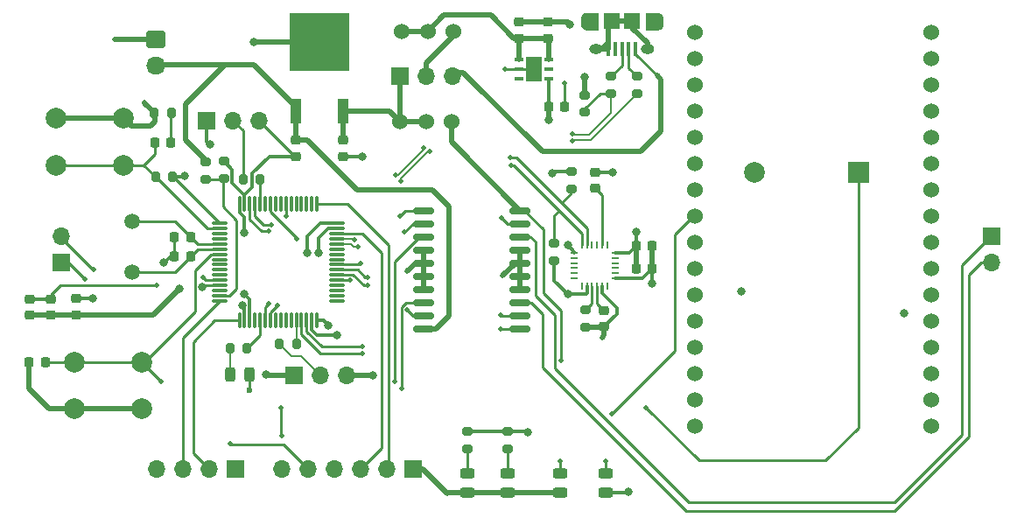
<source format=gtl>
%TF.GenerationSoftware,KiCad,Pcbnew,8.0.5*%
%TF.CreationDate,2024-12-24T01:11:55+09:00*%
%TF.ProjectId,Balancing_robot,42616c61-6e63-4696-9e67-5f726f626f74,rev?*%
%TF.SameCoordinates,Original*%
%TF.FileFunction,Copper,L1,Top*%
%TF.FilePolarity,Positive*%
%FSLAX46Y46*%
G04 Gerber Fmt 4.6, Leading zero omitted, Abs format (unit mm)*
G04 Created by KiCad (PCBNEW 8.0.5) date 2024-12-24 01:11:55*
%MOMM*%
%LPD*%
G01*
G04 APERTURE LIST*
G04 Aperture macros list*
%AMRoundRect*
0 Rectangle with rounded corners*
0 $1 Rounding radius*
0 $2 $3 $4 $5 $6 $7 $8 $9 X,Y pos of 4 corners*
0 Add a 4 corners polygon primitive as box body*
4,1,4,$2,$3,$4,$5,$6,$7,$8,$9,$2,$3,0*
0 Add four circle primitives for the rounded corners*
1,1,$1+$1,$2,$3*
1,1,$1+$1,$4,$5*
1,1,$1+$1,$6,$7*
1,1,$1+$1,$8,$9*
0 Add four rect primitives between the rounded corners*
20,1,$1+$1,$2,$3,$4,$5,0*
20,1,$1+$1,$4,$5,$6,$7,0*
20,1,$1+$1,$6,$7,$8,$9,0*
20,1,$1+$1,$8,$9,$2,$3,0*%
G04 Aperture macros list end*
%TA.AperFunction,EtchedComponent*%
%ADD10C,0.010000*%
%TD*%
%TA.AperFunction,SMDPad,CuDef*%
%ADD11RoundRect,0.225000X0.250000X-0.225000X0.250000X0.225000X-0.250000X0.225000X-0.250000X-0.225000X0*%
%TD*%
%TA.AperFunction,ComponentPad*%
%ADD12C,1.524000*%
%TD*%
%TA.AperFunction,SMDPad,CuDef*%
%ADD13RoundRect,0.225000X-0.225000X-0.250000X0.225000X-0.250000X0.225000X0.250000X-0.225000X0.250000X0*%
%TD*%
%TA.AperFunction,SMDPad,CuDef*%
%ADD14R,0.400000X1.350000*%
%TD*%
%TA.AperFunction,ComponentPad*%
%ADD15O,0.775000X1.550000*%
%TD*%
%TA.AperFunction,SMDPad,CuDef*%
%ADD16R,1.500000X1.550000*%
%TD*%
%TA.AperFunction,ComponentPad*%
%ADD17O,1.300000X0.950000*%
%TD*%
%TA.AperFunction,SMDPad,CuDef*%
%ADD18RoundRect,0.035000X-0.700000X-0.105000X0.700000X-0.105000X0.700000X0.105000X-0.700000X0.105000X0*%
%TD*%
%TA.AperFunction,SMDPad,CuDef*%
%ADD19RoundRect,0.035000X-0.105000X-0.700000X0.105000X-0.700000X0.105000X0.700000X-0.105000X0.700000X0*%
%TD*%
%TA.AperFunction,ComponentPad*%
%ADD20C,2.000000*%
%TD*%
%TA.AperFunction,SMDPad,CuDef*%
%ADD21RoundRect,0.225000X-0.250000X0.225000X-0.250000X-0.225000X0.250000X-0.225000X0.250000X0.225000X0*%
%TD*%
%TA.AperFunction,SMDPad,CuDef*%
%ADD22RoundRect,0.243750X0.243750X0.456250X-0.243750X0.456250X-0.243750X-0.456250X0.243750X-0.456250X0*%
%TD*%
%TA.AperFunction,ComponentPad*%
%ADD23R,1.700000X1.700000*%
%TD*%
%TA.AperFunction,ComponentPad*%
%ADD24O,1.700000X1.700000*%
%TD*%
%TA.AperFunction,SMDPad,CuDef*%
%ADD25RoundRect,0.200000X-0.200000X-0.275000X0.200000X-0.275000X0.200000X0.275000X-0.200000X0.275000X0*%
%TD*%
%TA.AperFunction,SMDPad,CuDef*%
%ADD26RoundRect,0.200000X-0.275000X0.200000X-0.275000X-0.200000X0.275000X-0.200000X0.275000X0.200000X0*%
%TD*%
%TA.AperFunction,SMDPad,CuDef*%
%ADD27RoundRect,0.200000X0.275000X-0.200000X0.275000X0.200000X-0.275000X0.200000X-0.275000X-0.200000X0*%
%TD*%
%TA.AperFunction,ComponentPad*%
%ADD28RoundRect,0.250000X-0.675000X0.600000X-0.675000X-0.600000X0.675000X-0.600000X0.675000X0.600000X0*%
%TD*%
%TA.AperFunction,ComponentPad*%
%ADD29O,1.850000X1.700000*%
%TD*%
%TA.AperFunction,SMDPad,CuDef*%
%ADD30R,0.790000X0.280000*%
%TD*%
%TA.AperFunction,SMDPad,CuDef*%
%ADD31R,0.280000X0.790000*%
%TD*%
%TA.AperFunction,SMDPad,CuDef*%
%ADD32RoundRect,0.150000X-0.875000X-0.150000X0.875000X-0.150000X0.875000X0.150000X-0.875000X0.150000X0*%
%TD*%
%TA.AperFunction,SMDPad,CuDef*%
%ADD33RoundRect,0.243750X-0.456250X0.243750X-0.456250X-0.243750X0.456250X-0.243750X0.456250X0.243750X0*%
%TD*%
%TA.AperFunction,SMDPad,CuDef*%
%ADD34RoundRect,0.243750X0.456250X-0.243750X0.456250X0.243750X-0.456250X0.243750X-0.456250X-0.243750X0*%
%TD*%
%TA.AperFunction,SMDPad,CuDef*%
%ADD35RoundRect,0.225000X0.225000X0.250000X-0.225000X0.250000X-0.225000X-0.250000X0.225000X-0.250000X0*%
%TD*%
%TA.AperFunction,SMDPad,CuDef*%
%ADD36RoundRect,0.218750X0.256250X-0.218750X0.256250X0.218750X-0.256250X0.218750X-0.256250X-0.218750X0*%
%TD*%
%TA.AperFunction,SMDPad,CuDef*%
%ADD37R,0.980000X2.400000*%
%TD*%
%TA.AperFunction,SMDPad,CuDef*%
%ADD38R,5.860000X5.570000*%
%TD*%
%TA.AperFunction,ComponentPad*%
%ADD39C,1.500000*%
%TD*%
%TA.AperFunction,SMDPad,CuDef*%
%ADD40RoundRect,0.100000X-0.320000X-0.100000X0.320000X-0.100000X0.320000X0.100000X-0.320000X0.100000X0*%
%TD*%
%TA.AperFunction,SMDPad,CuDef*%
%ADD41R,1.625000X2.365000*%
%TD*%
%TA.AperFunction,SMDPad,CuDef*%
%ADD42RoundRect,0.200000X0.200000X0.275000X-0.200000X0.275000X-0.200000X-0.275000X0.200000X-0.275000X0*%
%TD*%
%TA.AperFunction,ComponentPad*%
%ADD43R,2.000000X2.000000*%
%TD*%
%TA.AperFunction,ViaPad*%
%ADD44C,0.500000*%
%TD*%
%TA.AperFunction,ViaPad*%
%ADD45C,0.800000*%
%TD*%
%TA.AperFunction,ViaPad*%
%ADD46C,0.600000*%
%TD*%
%TA.AperFunction,Conductor*%
%ADD47C,0.250000*%
%TD*%
%TA.AperFunction,Conductor*%
%ADD48C,0.300000*%
%TD*%
%TA.AperFunction,Conductor*%
%ADD49C,0.500000*%
%TD*%
%TA.AperFunction,Conductor*%
%ADD50C,0.200000*%
%TD*%
G04 APERTURE END LIST*
D10*
%TO.C,J4*%
X119902600Y-60609200D02*
X118757600Y-60609200D01*
X118731600Y-60608200D01*
X118705600Y-60606200D01*
X118679600Y-60603200D01*
X118653600Y-60598200D01*
X118628600Y-60592200D01*
X118602600Y-60585200D01*
X118578600Y-60576200D01*
X118554600Y-60566200D01*
X118530600Y-60555200D01*
X118507600Y-60542200D01*
X118485600Y-60528200D01*
X118463600Y-60514200D01*
X118442600Y-60498200D01*
X118422600Y-60481200D01*
X118403600Y-60463200D01*
X118385600Y-60444200D01*
X118368600Y-60424200D01*
X118352600Y-60403200D01*
X118338600Y-60381200D01*
X118324600Y-60359200D01*
X118311600Y-60336200D01*
X118300600Y-60312200D01*
X118290600Y-60288200D01*
X118281600Y-60264200D01*
X118274600Y-60238200D01*
X118268600Y-60213200D01*
X118263600Y-60187200D01*
X118260600Y-60161200D01*
X118258600Y-60135200D01*
X118257600Y-60109200D01*
X118257600Y-59559200D01*
X118258600Y-59533200D01*
X118260600Y-59507200D01*
X118263600Y-59481200D01*
X118268600Y-59455200D01*
X118274600Y-59430200D01*
X118281600Y-59404200D01*
X118290600Y-59380200D01*
X118300600Y-59356200D01*
X118311600Y-59332200D01*
X118324600Y-59309200D01*
X118338600Y-59287200D01*
X118352600Y-59265200D01*
X118368600Y-59244200D01*
X118385600Y-59224200D01*
X118403600Y-59205200D01*
X118422600Y-59187200D01*
X118442600Y-59170200D01*
X118463600Y-59154200D01*
X118485600Y-59140200D01*
X118507600Y-59126200D01*
X118530600Y-59113200D01*
X118554600Y-59102200D01*
X118578600Y-59092200D01*
X118602600Y-59083200D01*
X118628600Y-59076200D01*
X118653600Y-59070200D01*
X118679600Y-59065200D01*
X118705600Y-59062200D01*
X118731600Y-59060200D01*
X118757600Y-59059200D01*
X119902600Y-59059200D01*
X119902600Y-60609200D01*
%TA.AperFunction,EtchedComponent*%
G36*
X119902600Y-60609200D02*
G01*
X118757600Y-60609200D01*
X118731600Y-60608200D01*
X118705600Y-60606200D01*
X118679600Y-60603200D01*
X118653600Y-60598200D01*
X118628600Y-60592200D01*
X118602600Y-60585200D01*
X118578600Y-60576200D01*
X118554600Y-60566200D01*
X118530600Y-60555200D01*
X118507600Y-60542200D01*
X118485600Y-60528200D01*
X118463600Y-60514200D01*
X118442600Y-60498200D01*
X118422600Y-60481200D01*
X118403600Y-60463200D01*
X118385600Y-60444200D01*
X118368600Y-60424200D01*
X118352600Y-60403200D01*
X118338600Y-60381200D01*
X118324600Y-60359200D01*
X118311600Y-60336200D01*
X118300600Y-60312200D01*
X118290600Y-60288200D01*
X118281600Y-60264200D01*
X118274600Y-60238200D01*
X118268600Y-60213200D01*
X118263600Y-60187200D01*
X118260600Y-60161200D01*
X118258600Y-60135200D01*
X118257600Y-60109200D01*
X118257600Y-59559200D01*
X118258600Y-59533200D01*
X118260600Y-59507200D01*
X118263600Y-59481200D01*
X118268600Y-59455200D01*
X118274600Y-59430200D01*
X118281600Y-59404200D01*
X118290600Y-59380200D01*
X118300600Y-59356200D01*
X118311600Y-59332200D01*
X118324600Y-59309200D01*
X118338600Y-59287200D01*
X118352600Y-59265200D01*
X118368600Y-59244200D01*
X118385600Y-59224200D01*
X118403600Y-59205200D01*
X118422600Y-59187200D01*
X118442600Y-59170200D01*
X118463600Y-59154200D01*
X118485600Y-59140200D01*
X118507600Y-59126200D01*
X118530600Y-59113200D01*
X118554600Y-59102200D01*
X118578600Y-59092200D01*
X118602600Y-59083200D01*
X118628600Y-59076200D01*
X118653600Y-59070200D01*
X118679600Y-59065200D01*
X118705600Y-59062200D01*
X118731600Y-59060200D01*
X118757600Y-59059200D01*
X119902600Y-59059200D01*
X119902600Y-60609200D01*
G37*
%TD.AperFunction*%
X125673600Y-59060200D02*
X125699600Y-59062200D01*
X125725600Y-59065200D01*
X125751600Y-59070200D01*
X125776600Y-59076200D01*
X125802600Y-59083200D01*
X125826600Y-59092200D01*
X125850600Y-59102200D01*
X125874600Y-59113200D01*
X125897600Y-59126200D01*
X125919600Y-59140200D01*
X125941600Y-59154200D01*
X125962600Y-59170200D01*
X125982600Y-59187200D01*
X126001600Y-59205200D01*
X126019600Y-59224200D01*
X126036600Y-59244200D01*
X126052600Y-59265200D01*
X126066600Y-59287200D01*
X126080600Y-59309200D01*
X126093600Y-59332200D01*
X126104600Y-59356200D01*
X126114600Y-59380200D01*
X126123600Y-59404200D01*
X126130600Y-59430200D01*
X126136600Y-59455200D01*
X126141600Y-59481200D01*
X126144600Y-59507200D01*
X126146600Y-59533200D01*
X126147600Y-59559200D01*
X126147600Y-60109200D01*
X126146600Y-60135200D01*
X126144600Y-60161200D01*
X126141600Y-60187200D01*
X126136600Y-60213200D01*
X126130600Y-60238200D01*
X126123600Y-60264200D01*
X126114600Y-60288200D01*
X126104600Y-60312200D01*
X126093600Y-60336200D01*
X126080600Y-60359200D01*
X126066600Y-60381200D01*
X126052600Y-60403200D01*
X126036600Y-60424200D01*
X126019600Y-60444200D01*
X126001600Y-60463200D01*
X125982600Y-60481200D01*
X125962600Y-60498200D01*
X125941600Y-60514200D01*
X125919600Y-60528200D01*
X125897600Y-60542200D01*
X125874600Y-60555200D01*
X125850600Y-60566200D01*
X125826600Y-60576200D01*
X125802600Y-60585200D01*
X125776600Y-60592200D01*
X125751600Y-60598200D01*
X125725600Y-60603200D01*
X125699600Y-60606200D01*
X125673600Y-60608200D01*
X125647600Y-60609200D01*
X124502600Y-60609200D01*
X124502600Y-59059200D01*
X125647600Y-59059200D01*
X125673600Y-59060200D01*
%TA.AperFunction,EtchedComponent*%
G36*
X125673600Y-59060200D02*
G01*
X125699600Y-59062200D01*
X125725600Y-59065200D01*
X125751600Y-59070200D01*
X125776600Y-59076200D01*
X125802600Y-59083200D01*
X125826600Y-59092200D01*
X125850600Y-59102200D01*
X125874600Y-59113200D01*
X125897600Y-59126200D01*
X125919600Y-59140200D01*
X125941600Y-59154200D01*
X125962600Y-59170200D01*
X125982600Y-59187200D01*
X126001600Y-59205200D01*
X126019600Y-59224200D01*
X126036600Y-59244200D01*
X126052600Y-59265200D01*
X126066600Y-59287200D01*
X126080600Y-59309200D01*
X126093600Y-59332200D01*
X126104600Y-59356200D01*
X126114600Y-59380200D01*
X126123600Y-59404200D01*
X126130600Y-59430200D01*
X126136600Y-59455200D01*
X126141600Y-59481200D01*
X126144600Y-59507200D01*
X126146600Y-59533200D01*
X126147600Y-59559200D01*
X126147600Y-60109200D01*
X126146600Y-60135200D01*
X126144600Y-60161200D01*
X126141600Y-60187200D01*
X126136600Y-60213200D01*
X126130600Y-60238200D01*
X126123600Y-60264200D01*
X126114600Y-60288200D01*
X126104600Y-60312200D01*
X126093600Y-60336200D01*
X126080600Y-60359200D01*
X126066600Y-60381200D01*
X126052600Y-60403200D01*
X126036600Y-60424200D01*
X126019600Y-60444200D01*
X126001600Y-60463200D01*
X125982600Y-60481200D01*
X125962600Y-60498200D01*
X125941600Y-60514200D01*
X125919600Y-60528200D01*
X125897600Y-60542200D01*
X125874600Y-60555200D01*
X125850600Y-60566200D01*
X125826600Y-60576200D01*
X125802600Y-60585200D01*
X125776600Y-60592200D01*
X125751600Y-60598200D01*
X125725600Y-60603200D01*
X125699600Y-60606200D01*
X125673600Y-60608200D01*
X125647600Y-60609200D01*
X124502600Y-60609200D01*
X124502600Y-59059200D01*
X125647600Y-59059200D01*
X125673600Y-59060200D01*
G37*
%TD.AperFunction*%
%TD*%
D11*
%TO.P,C11,1*%
%TO.N,VDDA*%
X66945000Y-88245000D03*
%TO.P,C11,2*%
%TO.N,AGND*%
X66945000Y-86695000D03*
%TD*%
D12*
%TO.P,J7,1,Pin_1*%
%TO.N,Net-(J7-Pin_1)*%
X100895000Y-60835000D03*
%TO.P,J7,2,Pin_2*%
X103395000Y-60835000D03*
%TO.P,J7,3,Pin_3*%
%TO.N,Net-(J6-Pin_2)*%
X105895000Y-60835000D03*
%TD*%
D13*
%TO.P,C15,1*%
%TO.N,3.3V*%
X115093600Y-68070000D03*
%TO.P,C15,2*%
%TO.N,GND*%
X116643600Y-68070000D03*
%TD*%
D14*
%TO.P,J4,1,VCC*%
%TO.N,U5V*%
X123502600Y-62509200D03*
%TO.P,J4,2,D-*%
%TO.N,Net-(J4-D-)*%
X122852600Y-62509200D03*
%TO.P,J4,3,D+*%
%TO.N,Net-(J4-D+)*%
X122202600Y-62509200D03*
%TO.P,J4,4,ID*%
%TO.N,unconnected-(J4-ID-Pad4)*%
X121552600Y-62509200D03*
%TO.P,J4,5,GND*%
%TO.N,GND*%
X120902600Y-62509200D03*
D15*
%TO.P,J4,SH1,SHIELD*%
X125702600Y-59834200D03*
D16*
%TO.P,J4,SH2,SHIELD*%
X121202600Y-59834200D03*
%TO.P,J4,SH3,SHIELD*%
X123202600Y-59834200D03*
D15*
%TO.P,J4,SH4,SHIELD*%
X118702600Y-59834200D03*
D17*
%TO.P,J4,SH5,SHIELD*%
X124702600Y-62534200D03*
%TO.P,J4,SH6,SHIELD*%
X119702600Y-62534200D03*
%TD*%
D13*
%TO.P,C21,1*%
%TO.N,PC13*%
X77010000Y-71535000D03*
%TO.P,C21,2*%
%TO.N,Net-(C21-Pad2)*%
X78560000Y-71535000D03*
%TD*%
D18*
%TO.P,U1,1,VBAT*%
%TO.N,3.3V*%
X83275000Y-79375000D03*
%TO.P,U1,2,PC13-TAMPER-RTC*%
%TO.N,PC13*%
X83275000Y-79875000D03*
%TO.P,U1,3,PC14-OSC32_IN*%
%TO.N,unconnected-(U1-PC14-OSC32_IN-Pad3)*%
X83275000Y-80375000D03*
%TO.P,U1,4,PC15-OSC32_OUT*%
%TO.N,unconnected-(U1-PC15-OSC32_OUT-Pad4)*%
X83275000Y-80875000D03*
%TO.P,U1,5,PD0_OSC_IN*%
%TO.N,OSC_IN*%
X83275000Y-81375000D03*
%TO.P,U1,6,PD1_OSC_OUT*%
%TO.N,OSC_OUT*%
X83275000Y-81875000D03*
%TO.P,U1,7,~{RST}*%
%TO.N,RESET*%
X83275000Y-82375000D03*
%TO.P,U1,8,PC0*%
%TO.N,PC0*%
X83275000Y-82875000D03*
%TO.P,U1,9,PC1*%
%TO.N,PC1*%
X83275000Y-83375000D03*
%TO.P,U1,10,PC2*%
%TO.N,PC2*%
X83275000Y-83875000D03*
%TO.P,U1,11,PC3*%
%TO.N,PC3*%
X83275000Y-84375000D03*
%TO.P,U1,12,VSSA*%
%TO.N,AGND*%
X83275000Y-84875000D03*
%TO.P,U1,13,VDDA*%
%TO.N,VDDA*%
X83275000Y-85375000D03*
%TO.P,U1,14,PA0-WKUP*%
%TO.N,PA0*%
X83275000Y-85875000D03*
%TO.P,U1,15,PA1*%
%TO.N,/ADC2*%
X83275000Y-86375000D03*
%TO.P,U1,16,PA2*%
%TO.N,/UART2_TX*%
X83275000Y-86875000D03*
D19*
%TO.P,U1,17,PA3*%
%TO.N,/UART2_RX*%
X85195000Y-88795000D03*
%TO.P,U1,18,VSS_4*%
%TO.N,GND*%
X85695000Y-88795000D03*
%TO.P,U1,19,VDD_4*%
%TO.N,3.3V*%
X86195000Y-88795000D03*
%TO.P,U1,20,PA4*%
%TO.N,PA4*%
X86695000Y-88795000D03*
%TO.P,U1,21,PA5*%
%TO.N,PA5*%
X87195000Y-88795000D03*
%TO.P,U1,22,PA6*%
%TO.N,/ENA*%
X87695000Y-88795000D03*
%TO.P,U1,23,PA7*%
%TO.N,/ENB*%
X88195000Y-88795000D03*
%TO.P,U1,24,PC4*%
%TO.N,PC4*%
X88695000Y-88795000D03*
%TO.P,U1,25,PC5*%
%TO.N,PC5*%
X89195000Y-88795000D03*
%TO.P,U1,26,PB0*%
%TO.N,unconnected-(U1-PB0-Pad26)*%
X89695000Y-88795000D03*
%TO.P,U1,27,PB1*%
%TO.N,unconnected-(U1-PB1-Pad27)*%
X90195000Y-88795000D03*
%TO.P,U1,28,PB2*%
%TO.N,BOOT1*%
X90695000Y-88795000D03*
%TO.P,U1,29,PB10*%
%TO.N,/UART3_RX*%
X91195000Y-88795000D03*
%TO.P,U1,30,PB11*%
%TO.N,/UART3_TX*%
X91695000Y-88795000D03*
%TO.P,U1,31,VSS_1*%
%TO.N,GND*%
X92195000Y-88795000D03*
%TO.P,U1,32,VDD_1*%
%TO.N,3.3V*%
X92695000Y-88795000D03*
D18*
%TO.P,U1,33,PB12*%
%TO.N,PB12*%
X94615000Y-86875000D03*
%TO.P,U1,34,PB13*%
%TO.N,PB13*%
X94615000Y-86375000D03*
%TO.P,U1,35,PB14*%
%TO.N,PB14*%
X94615000Y-85875000D03*
%TO.P,U1,36,PB15*%
%TO.N,PB15*%
X94615000Y-85375000D03*
%TO.P,U1,37,PC6*%
%TO.N,/IN1*%
X94615000Y-84875000D03*
%TO.P,U1,38,PC7*%
%TO.N,/IN2*%
X94615000Y-84375000D03*
%TO.P,U1,39,PC8*%
%TO.N,/IN3*%
X94615000Y-83875000D03*
%TO.P,U1,40,PC9*%
%TO.N,/IN4*%
X94615000Y-83375000D03*
%TO.P,U1,41,PA8*%
%TO.N,unconnected-(U1-PA8-Pad41)*%
X94615000Y-82875000D03*
%TO.P,U1,42,PA9*%
%TO.N,PA9*%
X94615000Y-82375000D03*
%TO.P,U1,43,PA10*%
%TO.N,PA10*%
X94615000Y-81875000D03*
%TO.P,U1,44,PA11*%
%TO.N,USB_D-*%
X94615000Y-81375000D03*
%TO.P,U1,45,PA12*%
%TO.N,USB_D+*%
X94615000Y-80875000D03*
%TO.P,U1,46,PA13*%
%TO.N,SWDIO*%
X94615000Y-80375000D03*
%TO.P,U1,47,VSS_2*%
%TO.N,GND*%
X94615000Y-79875000D03*
%TO.P,U1,48,VDD_2*%
%TO.N,3.3V*%
X94615000Y-79375000D03*
D19*
%TO.P,U1,49,PA14*%
%TO.N,SWCLK*%
X92695000Y-77455000D03*
%TO.P,U1,50,PA15*%
%TO.N,PA15*%
X92195000Y-77455000D03*
%TO.P,U1,51,PC10*%
%TO.N,unconnected-(U1-PC10-Pad51)*%
X91695000Y-77455000D03*
%TO.P,U1,52,PC11*%
%TO.N,unconnected-(U1-PC11-Pad52)*%
X91195000Y-77455000D03*
%TO.P,U1,53,PC12*%
%TO.N,PC12*%
X90695000Y-77455000D03*
%TO.P,U1,54,PD2*%
%TO.N,PD2*%
X90195000Y-77455000D03*
%TO.P,U1,55,PB3*%
%TO.N,TRACESWO*%
X89695000Y-77455000D03*
%TO.P,U1,56,PB4*%
%TO.N,PB4*%
X89195000Y-77455000D03*
%TO.P,U1,57,PB5*%
%TO.N,PB5*%
X88695000Y-77455000D03*
%TO.P,U1,58,PB6*%
%TO.N,BUZZER*%
X88195000Y-77455000D03*
%TO.P,U1,59,PB7*%
%TO.N,unconnected-(U1-PB7-Pad59)*%
X87695000Y-77455000D03*
%TO.P,U1,60,BOOT0*%
%TO.N,BOOT0*%
X87195000Y-77455000D03*
%TO.P,U1,61,PB8*%
%TO.N,/SCL_N*%
X86695000Y-77455000D03*
%TO.P,U1,62,PB9*%
%TO.N,/SDA_P*%
X86195000Y-77455000D03*
%TO.P,U1,63,VSS_3*%
%TO.N,GND*%
X85695000Y-77455000D03*
%TO.P,U1,64,VDD_3*%
%TO.N,3.3V*%
X85195000Y-77455000D03*
%TD*%
D20*
%TO.P,SW3,1,1*%
%TO.N,GND*%
X75745000Y-97315000D03*
X69245000Y-97315000D03*
%TO.P,SW3,2,2*%
%TO.N,RESET*%
X75745000Y-92815000D03*
X69245000Y-92815000D03*
%TD*%
D21*
%TO.P,C19,1*%
%TO.N,7.4V*%
X90621000Y-71352800D03*
%TO.P,C19,2*%
%TO.N,GND*%
X90621000Y-72902800D03*
%TD*%
D22*
%TO.P,D8,1,K*%
%TO.N,GND*%
X86160000Y-93988750D03*
%TO.P,D8,2,A*%
%TO.N,Net-(D8-A)*%
X84285000Y-93988750D03*
%TD*%
D23*
%TO.P,J9,1,Pin_1*%
%TO.N,3.3V*%
X82040000Y-69415000D03*
D24*
%TO.P,J9,2,Pin_2*%
%TO.N,Net-(J9-Pin_2)*%
X84580000Y-69415000D03*
%TO.P,J9,3,Pin_3*%
%TO.N,GND*%
X87120000Y-69415000D03*
%TD*%
D25*
%TO.P,R16,1*%
%TO.N,Net-(J9-Pin_2)*%
X85535000Y-75085000D03*
%TO.P,R16,2*%
%TO.N,BOOT0*%
X87185000Y-75085000D03*
%TD*%
D26*
%TO.P,R14,1*%
%TO.N,3.3V*%
X107283400Y-99547600D03*
%TO.P,R14,2*%
%TO.N,Net-(D6-A)*%
X107283400Y-101197600D03*
%TD*%
D27*
%TO.P,R6,1*%
%TO.N,3.3V*%
X115635000Y-82975000D03*
%TO.P,R6,2*%
%TO.N,/SDA_P*%
X115635000Y-81325000D03*
%TD*%
D28*
%TO.P,J5,1,Pin_1*%
%TO.N,GND*%
X77105000Y-61575000D03*
D29*
%TO.P,J5,2,Pin_2*%
%TO.N,7.4V*%
X77105000Y-64075000D03*
%TD*%
D25*
%TO.P,R18,1*%
%TO.N,GND*%
X76975000Y-68695000D03*
%TO.P,R18,2*%
%TO.N,Net-(C21-Pad2)*%
X78625000Y-68695000D03*
%TD*%
D21*
%TO.P,C3,1*%
%TO.N,Net-(U2-REGOUT)*%
X120491400Y-87825000D03*
%TO.P,C3,2*%
%TO.N,GND*%
X120491400Y-89375000D03*
%TD*%
D26*
%TO.P,R11,1*%
%TO.N,Net-(J4-D+)*%
X121131000Y-65156000D03*
%TO.P,R11,2*%
%TO.N,USB_D+*%
X121131000Y-66806000D03*
%TD*%
D11*
%TO.P,C13,1*%
%TO.N,Net-(J7-Pin_1)*%
X112215200Y-61465000D03*
%TO.P,C13,2*%
%TO.N,GND*%
X112215200Y-59915000D03*
%TD*%
D30*
%TO.P,U2,1,CLKIN*%
%TO.N,GND*%
X117585000Y-82215000D03*
%TO.P,U2,2,NC*%
%TO.N,unconnected-(U2-NC-Pad2)*%
X117585000Y-82715000D03*
%TO.P,U2,3,NC*%
%TO.N,unconnected-(U2-NC-Pad3)*%
X117585000Y-83215000D03*
%TO.P,U2,4,NC*%
%TO.N,unconnected-(U2-NC-Pad4)*%
X117585000Y-83715000D03*
%TO.P,U2,5,NC*%
%TO.N,unconnected-(U2-NC-Pad5)*%
X117585000Y-84215000D03*
%TO.P,U2,6,AUX_DA*%
%TO.N,unconnected-(U2-AUX_DA-Pad6)*%
X117585000Y-84715000D03*
D31*
%TO.P,U2,7,AUX_CL*%
%TO.N,unconnected-(U2-AUX_CL-Pad7)*%
X118305000Y-85435000D03*
%TO.P,U2,8,VLOGIC*%
%TO.N,3.3V*%
X118805000Y-85435000D03*
%TO.P,U2,9,AD0*%
%TO.N,Net-(U2-AD0)*%
X119305000Y-85435000D03*
%TO.P,U2,10,REGOUT*%
%TO.N,Net-(U2-REGOUT)*%
X119805000Y-85435000D03*
%TO.P,U2,11,FSYNC*%
%TO.N,GND*%
X120305000Y-85435000D03*
%TO.P,U2,12,INT*%
%TO.N,/INT*%
X120805000Y-85435000D03*
D30*
%TO.P,U2,13,VCC*%
%TO.N,3.3V*%
X121525000Y-84715000D03*
%TO.P,U2,14,NC*%
%TO.N,unconnected-(U2-NC-Pad14)*%
X121525000Y-84215000D03*
%TO.P,U2,15,NC*%
%TO.N,unconnected-(U2-NC-Pad15)*%
X121525000Y-83715000D03*
%TO.P,U2,16,NC*%
%TO.N,unconnected-(U2-NC-Pad16)*%
X121525000Y-83215000D03*
%TO.P,U2,17,NC*%
%TO.N,unconnected-(U2-NC-Pad17)*%
X121525000Y-82715000D03*
%TO.P,U2,18,GND*%
%TO.N,GND*%
X121525000Y-82215000D03*
D31*
%TO.P,U2,19,RESV*%
%TO.N,unconnected-(U2-RESV-Pad19)*%
X120805000Y-81495000D03*
%TO.P,U2,20,CPOUT*%
%TO.N,Net-(U2-CPOUT)*%
X120305000Y-81495000D03*
%TO.P,U2,21,RESV*%
%TO.N,unconnected-(U2-RESV-Pad21)*%
X119805000Y-81495000D03*
%TO.P,U2,22,CLKOUT*%
%TO.N,unconnected-(U2-CLKOUT-Pad22)*%
X119305000Y-81495000D03*
%TO.P,U2,23,SCL*%
%TO.N,/SCL_N*%
X118805000Y-81495000D03*
%TO.P,U2,24,SDA*%
%TO.N,/SDA_P*%
X118305000Y-81495000D03*
%TD*%
D26*
%TO.P,R10,1*%
%TO.N,Net-(J4-D-)*%
X123641000Y-65156000D03*
%TO.P,R10,2*%
%TO.N,USB_D-*%
X123641000Y-66806000D03*
%TD*%
%TO.P,R9,1*%
%TO.N,3.3V*%
X118575000Y-66970000D03*
%TO.P,R9,2*%
%TO.N,USB_D+*%
X118575000Y-68620000D03*
%TD*%
D27*
%TO.P,R2,1*%
%TO.N,/ADC2*%
X83685000Y-75020000D03*
%TO.P,R2,2*%
%TO.N,GND*%
X83685000Y-73370000D03*
%TD*%
D23*
%TO.P,J8,1,Pin_1*%
%TO.N,3.3V*%
X90465000Y-94045000D03*
D24*
%TO.P,J8,2,Pin_2*%
%TO.N,Net-(J8-Pin_2)*%
X93005000Y-94045000D03*
%TO.P,J8,3,Pin_3*%
%TO.N,GND*%
X95545000Y-94045000D03*
%TD*%
D32*
%TO.P,U8,1,ENABLE_1*%
%TO.N,/ENA*%
X103040000Y-78132500D03*
%TO.P,U8,2,INPUT_1*%
%TO.N,/IN1*%
X103040000Y-79402500D03*
%TO.P,U8,3,OUTPUT_1*%
%TO.N,/OUT1*%
X103040000Y-80672500D03*
%TO.P,U8,4,GND*%
%TO.N,GND*%
X103040000Y-81942500D03*
%TO.P,U8,5,GND*%
X103040000Y-83212500D03*
%TO.P,U8,6,GND*%
X103040000Y-84482500D03*
%TO.P,U8,7,GND*%
X103040000Y-85752500D03*
%TO.P,U8,8,OUTPUT_2*%
%TO.N,/OUT2*%
X103040000Y-87022500D03*
%TO.P,U8,9,INPUT_2*%
%TO.N,/IN2*%
X103040000Y-88292500D03*
%TO.P,U8,10,VS*%
%TO.N,7.4V*%
X103040000Y-89562500D03*
%TO.P,U8,11,ENABLE_2*%
%TO.N,/ENB*%
X112350000Y-89562500D03*
%TO.P,U8,12,INPUT_3*%
%TO.N,/IN3*%
X112350000Y-88292500D03*
%TO.P,U8,13,OUTPUT_3*%
%TO.N,/OUT3*%
X112350000Y-87022500D03*
%TO.P,U8,14,GND*%
%TO.N,GND*%
X112350000Y-85752500D03*
%TO.P,U8,15,GND*%
X112350000Y-84482500D03*
%TO.P,U8,16,GND*%
X112350000Y-83212500D03*
%TO.P,U8,17,GND*%
X112350000Y-81942500D03*
%TO.P,U8,18,OUTPUT_4*%
%TO.N,/OUT4*%
X112350000Y-80672500D03*
%TO.P,U8,19,INPUT_4*%
%TO.N,/IN4*%
X112350000Y-79402500D03*
%TO.P,U8,20,VSS*%
%TO.N,Net-(J1-Pin_3)*%
X112350000Y-78132500D03*
%TD*%
D23*
%TO.P,M2,1,+*%
%TO.N,/OUT4*%
X157935000Y-80595000D03*
D24*
%TO.P,M2,2,-*%
%TO.N,/OUT3*%
X157935000Y-83135000D03*
%TD*%
D33*
%TO.P,D3,1,K*%
%TO.N,Net-(D3-K)*%
X120593000Y-103549900D03*
%TO.P,D3,2,A*%
%TO.N,3.3V*%
X120593000Y-105424900D03*
%TD*%
D26*
%TO.P,R1,1*%
%TO.N,7.4V*%
X81910000Y-73445000D03*
%TO.P,R1,2*%
%TO.N,/ADC2*%
X81910000Y-75095000D03*
%TD*%
D34*
%TO.P,D2,1,K*%
%TO.N,GND*%
X111144200Y-105424900D03*
%TO.P,D2,2,A*%
%TO.N,Net-(D2-A)*%
X111144200Y-103549900D03*
%TD*%
D23*
%TO.P,J14,1,Pin_1*%
%TO.N,GND*%
X84825000Y-103145000D03*
D24*
%TO.P,J14,2,Pin_2*%
%TO.N,/UART2_RX*%
X82285000Y-103145000D03*
%TO.P,J14,3,Pin_3*%
%TO.N,/UART2_TX*%
X79745000Y-103145000D03*
%TO.P,J14,4,Pin_4*%
%TO.N,3.3V*%
X77205000Y-103145000D03*
%TD*%
D35*
%TO.P,C5,1*%
%TO.N,3.3V*%
X125110000Y-81575000D03*
%TO.P,C5,2*%
%TO.N,GND*%
X123560000Y-81575000D03*
%TD*%
D36*
%TO.P,FB1,1*%
%TO.N,VDDA*%
X69435000Y-88242500D03*
%TO.P,FB1,2*%
%TO.N,3.3V*%
X69435000Y-86667500D03*
%TD*%
D26*
%TO.P,R7,1*%
%TO.N,3.3V*%
X117335000Y-74380000D03*
%TO.P,R7,2*%
%TO.N,/SCL_N*%
X117335000Y-76030000D03*
%TD*%
D13*
%TO.P,C17,1*%
%TO.N,GND*%
X78915000Y-80713000D03*
%TO.P,C17,2*%
%TO.N,OSC_IN*%
X80465000Y-80713000D03*
%TD*%
D37*
%TO.P,U5,1,INPUT*%
%TO.N,7.4V*%
X90635000Y-68535000D03*
%TO.P,U5,2,OUTPUT*%
%TO.N,5V(BAT)*%
X95195000Y-68535000D03*
D38*
%TO.P,U5,3,GROUND*%
%TO.N,GND*%
X92915000Y-61865000D03*
%TD*%
D23*
%TO.P,J10,1,Pin_1*%
%TO.N,GND*%
X101975000Y-103145000D03*
D24*
%TO.P,J10,2,Pin_2*%
%TO.N,SWCLK*%
X99435000Y-103145000D03*
%TO.P,J10,3,Pin_3*%
%TO.N,SWDIO*%
X96895000Y-103145000D03*
%TO.P,J10,4,Pin_4*%
%TO.N,3.3V*%
X94355000Y-103145000D03*
%TO.P,J10,5,Pin_5*%
%TO.N,RESET*%
X91815000Y-103145000D03*
%TO.P,J10,6,Pin_6*%
%TO.N,TRACESWO*%
X89275000Y-103145000D03*
%TD*%
D12*
%TO.P,U3,0,0*%
%TO.N,unconnected-(U3-Pad0)*%
X152139800Y-91395800D03*
%TO.P,U3,2,2*%
%TO.N,unconnected-(U3-Pad2)*%
X152139800Y-93935800D03*
%TO.P,U3,3V,3V*%
%TO.N,3.3V*%
X129279800Y-60915800D03*
%TO.P,U3,4,4*%
%TO.N,unconnected-(U3-Pad4)*%
X152139800Y-88855800D03*
%TO.P,U3,5,5*%
%TO.N,unconnected-(U3-Pad5)*%
X152139800Y-81235800D03*
%TO.P,U3,12,12*%
%TO.N,unconnected-(U3-Pad12)*%
X129279800Y-88855800D03*
%TO.P,U3,13,13*%
%TO.N,unconnected-(U3-Pad13)*%
X129279800Y-91395800D03*
%TO.P,U3,14,14*%
%TO.N,unconnected-(U3-Pad14)*%
X129279800Y-86315800D03*
%TO.P,U3,15,15*%
%TO.N,unconnected-(U3-Pad15)*%
X152139800Y-96475800D03*
%TO.P,U3,16,16*%
%TO.N,/UART3_TX*%
X152139800Y-86315800D03*
%TO.P,U3,17,17*%
%TO.N,/UART3_RX*%
X152139800Y-83775800D03*
%TO.P,U3,18,18*%
%TO.N,unconnected-(U3-Pad18)*%
X152139800Y-78695800D03*
%TO.P,U3,19,19*%
%TO.N,unconnected-(U3-Pad19)*%
X152139800Y-76155800D03*
%TO.P,U3,21,21*%
%TO.N,unconnected-(U3-Pad21)*%
X152139800Y-73615800D03*
%TO.P,U3,22,22*%
%TO.N,unconnected-(U3-Pad22)*%
X152139800Y-65995800D03*
%TO.P,U3,23,23*%
%TO.N,unconnected-(U3-Pad23)*%
X152139800Y-63455800D03*
%TO.P,U3,25,25*%
%TO.N,Net-(R8-Pad2)*%
X129279800Y-78695800D03*
%TO.P,U3,26,26*%
%TO.N,unconnected-(U3-Pad26)*%
X129279800Y-81235800D03*
%TO.P,U3,27,27*%
%TO.N,unconnected-(U3-Pad27)*%
X129279800Y-83775800D03*
%TO.P,U3,32,32*%
%TO.N,unconnected-(U3-Pad32)*%
X129279800Y-73615800D03*
%TO.P,U3,33,33*%
%TO.N,unconnected-(U3-Pad33)*%
X129279800Y-76155800D03*
%TO.P,U3,34,34*%
%TO.N,unconnected-(U3-Pad34)*%
X129279800Y-71075800D03*
%TO.P,U3,BAT,BAT*%
%TO.N,unconnected-(U3-PadBAT)*%
X129279800Y-99015800D03*
%TO.P,U3,EN,EN*%
%TO.N,unconnected-(U3-PadEN)*%
X129279800Y-93935800D03*
%TO.P,U3,GND,GND*%
%TO.N,GND*%
X152139800Y-60915800D03*
X152139800Y-99015800D03*
%TO.P,U3,RS,RS*%
%TO.N,unconnected-(U3-PadRS)*%
X129279800Y-63455800D03*
%TO.P,U3,RX,RX*%
%TO.N,unconnected-(U3-PadRX)*%
X152139800Y-71075800D03*
%TO.P,U3,TX,TX*%
%TO.N,unconnected-(U3-PadTX)*%
X152139800Y-68535800D03*
%TO.P,U3,USB,USB*%
%TO.N,unconnected-(U3-PadUSB)*%
X129279800Y-96475800D03*
%TO.P,U3,VN,VN*%
%TO.N,unconnected-(U3-PadVN)*%
X129279800Y-68535800D03*
%TO.P,U3,VP,VP*%
%TO.N,unconnected-(U3-PadVP)*%
X129279800Y-65995800D03*
%TD*%
D35*
%TO.P,C18,1*%
%TO.N,RESET*%
X66395000Y-92785000D03*
%TO.P,C18,2*%
%TO.N,GND*%
X64845000Y-92785000D03*
%TD*%
D13*
%TO.P,C2,1*%
%TO.N,GND*%
X123560000Y-83785000D03*
%TO.P,C2,2*%
%TO.N,3.3V*%
X125110000Y-83785000D03*
%TD*%
D11*
%TO.P,C14,1*%
%TO.N,Net-(J7-Pin_1)*%
X115025000Y-61465000D03*
%TO.P,C14,2*%
%TO.N,GND*%
X115025000Y-59915000D03*
%TD*%
D34*
%TO.P,D1,1,K*%
%TO.N,GND*%
X116224200Y-105424900D03*
%TO.P,D1,2,A*%
%TO.N,Net-(D1-A)*%
X116224200Y-103549900D03*
%TD*%
D26*
%TO.P,R4,1*%
%TO.N,Net-(U2-AD0)*%
X118662600Y-87774200D03*
%TO.P,R4,2*%
%TO.N,GND*%
X118662600Y-89424200D03*
%TD*%
D20*
%TO.P,SW2,1,1*%
%TO.N,GND*%
X67465000Y-69225000D03*
X73965000Y-69225000D03*
%TO.P,SW2,2,2*%
%TO.N,PC13*%
X67465000Y-73725000D03*
X73965000Y-73725000D03*
%TD*%
D23*
%TO.P,M1,1,+*%
%TO.N,/OUT2*%
X67935000Y-83145000D03*
D24*
%TO.P,M1,2,-*%
%TO.N,/OUT1*%
X67935000Y-80605000D03*
%TD*%
D11*
%TO.P,C9,1*%
%TO.N,VDDA*%
X64915000Y-88242500D03*
%TO.P,C9,2*%
%TO.N,AGND*%
X64915000Y-86692500D03*
%TD*%
D21*
%TO.P,C20,1*%
%TO.N,5V(BAT)*%
X95193000Y-71350000D03*
%TO.P,C20,2*%
%TO.N,GND*%
X95193000Y-72900000D03*
%TD*%
D11*
%TO.P,C4,1*%
%TO.N,Net-(U2-CPOUT)*%
X119645000Y-75995000D03*
%TO.P,C4,2*%
%TO.N,GND*%
X119645000Y-74445000D03*
%TD*%
D39*
%TO.P,Y1,1,1*%
%TO.N,OSC_IN*%
X74822200Y-79189000D03*
%TO.P,Y1,2,2*%
%TO.N,OSC_OUT*%
X74822200Y-84069000D03*
%TD*%
D12*
%TO.P,J1,1,Pin_1*%
%TO.N,5V(BAT)*%
X100725000Y-69515000D03*
%TO.P,J1,2,Pin_2*%
X103225000Y-69515000D03*
%TO.P,J1,3,Pin_3*%
%TO.N,Net-(J1-Pin_3)*%
X105725000Y-69515000D03*
%TD*%
D34*
%TO.P,D6,1,K*%
%TO.N,GND*%
X107283400Y-105424900D03*
%TO.P,D6,2,A*%
%TO.N,Net-(D6-A)*%
X107283400Y-103549900D03*
%TD*%
D25*
%TO.P,R15,1*%
%TO.N,Net-(J8-Pin_2)*%
X89060000Y-91025000D03*
%TO.P,R15,2*%
%TO.N,BOOT1*%
X90710000Y-91025000D03*
%TD*%
D23*
%TO.P,J6,1,Pin_1*%
%TO.N,5V(BAT)*%
X100715200Y-65145000D03*
D24*
%TO.P,J6,2,Pin_2*%
%TO.N,Net-(J6-Pin_2)*%
X103255200Y-65145000D03*
%TO.P,J6,3,Pin_3*%
%TO.N,U5V*%
X105795200Y-65145000D03*
%TD*%
D13*
%TO.P,C16,1*%
%TO.N,GND*%
X78924000Y-82541800D03*
%TO.P,C16,2*%
%TO.N,OSC_OUT*%
X80474000Y-82541800D03*
%TD*%
D27*
%TO.P,R5,1*%
%TO.N,Net-(D2-A)*%
X111144200Y-101197600D03*
%TO.P,R5,2*%
%TO.N,3.3V*%
X111144200Y-99547600D03*
%TD*%
D25*
%TO.P,R17,1*%
%TO.N,Net-(D8-A)*%
X84287500Y-91438750D03*
%TO.P,R17,2*%
%TO.N,PA5*%
X85937500Y-91438750D03*
%TD*%
D40*
%TO.P,U4,1,EN*%
%TO.N,Net-(J7-Pin_1)*%
X112225200Y-63505400D03*
%TO.P,U4,2,GND*%
%TO.N,GND*%
X112225200Y-64455400D03*
%TO.P,U4,3,PG*%
%TO.N,unconnected-(U4-PG-Pad3)*%
X112225200Y-65405400D03*
%TO.P,U4,4,VOUT*%
%TO.N,3.3V*%
X115095200Y-65405400D03*
%TO.P,U4,5*%
%TO.N,N/C*%
X115095200Y-64455400D03*
%TO.P,U4,6,VIN*%
%TO.N,Net-(J7-Pin_1)*%
X115095200Y-63505400D03*
D41*
%TO.P,U4,7,GND*%
%TO.N,GND*%
X113660200Y-64455400D03*
%TD*%
D42*
%TO.P,R13,1*%
%TO.N,3.3V*%
X78730000Y-74895000D03*
%TO.P,R13,2*%
%TO.N,PC13*%
X77080000Y-74895000D03*
%TD*%
D43*
%TO.P,BZ2,1,+*%
%TO.N,BUZZER*%
X145055000Y-74455000D03*
D20*
%TO.P,BZ2,2,-*%
%TO.N,GND*%
X135055000Y-74455000D03*
%TD*%
D44*
%TO.N,BUZZER*%
X124555000Y-97195000D03*
X90725000Y-80845000D03*
D45*
%TO.N,GND*%
X117165000Y-60125000D03*
D44*
X110655000Y-84465000D03*
X116655000Y-65815000D03*
D45*
X86555000Y-61845000D03*
X98115000Y-94065000D03*
X85445000Y-87295000D03*
D44*
X105275000Y-105485000D03*
D45*
X77825000Y-83155000D03*
X92835000Y-82215000D03*
X97105000Y-72935000D03*
D44*
X73105000Y-61575000D03*
X66775000Y-97315000D03*
D45*
X123575000Y-80225000D03*
X94655000Y-90160000D03*
D44*
X76045000Y-67695000D03*
X101435000Y-83995000D03*
D46*
X86185000Y-95545000D03*
D44*
X120305000Y-90405000D03*
D45*
X149515000Y-88105000D03*
X116955000Y-81495000D03*
X121265000Y-74455000D03*
D44*
X110845000Y-64475000D03*
D45*
%TO.N,3.3V*%
X125115000Y-85195000D03*
X85640000Y-86195000D03*
X87735000Y-94025000D03*
X122855000Y-105385000D03*
X113085000Y-99605000D03*
X91725000Y-82215000D03*
X116965000Y-86235000D03*
X82325000Y-71775000D03*
X70995000Y-86665000D03*
X118565000Y-65225000D03*
X133705000Y-85935000D03*
X115105000Y-69405600D03*
X93787347Y-89232653D03*
X115475000Y-74495000D03*
X79915000Y-74765000D03*
X85648627Y-80287781D03*
D44*
%TO.N,AGND*%
X81665000Y-84625000D03*
X77195000Y-85355000D03*
D45*
%TO.N,VDDA*%
X81630000Y-85575000D03*
X79425000Y-85675000D03*
D44*
%TO.N,RESET*%
X84275000Y-100725000D03*
X77595000Y-94665000D03*
%TO.N,Net-(D3-K)*%
X120593000Y-102404600D03*
%TO.N,TRACESWO*%
X89215000Y-97195000D03*
X89733883Y-78686283D03*
X89275000Y-99969961D03*
%TO.N,/OUT2*%
X100860000Y-95360000D03*
X70250200Y-84777000D03*
%TO.N,/OUT1*%
X100185000Y-94655000D03*
X71113800Y-83811800D03*
%TO.N,Net-(R8-Pad2)*%
X121202600Y-97832600D03*
%TO.N,USB_D+*%
X96335000Y-80950000D03*
X103013044Y-72053799D03*
X117415000Y-70680000D03*
X100304834Y-74734834D03*
%TO.N,USB_D-*%
X117415000Y-71430000D03*
X103609618Y-72420000D03*
X100835166Y-75265166D03*
X96685000Y-81635000D03*
%TO.N,/UART3_RX*%
X97095000Y-91985000D03*
%TO.N,/IN1*%
X95928629Y-84891371D03*
X101185000Y-80205000D03*
%TO.N,/IN3*%
X110435000Y-88285000D03*
X97575000Y-84576397D03*
%TO.N,/ENA*%
X88015000Y-87155000D03*
X100755000Y-78645000D03*
%TO.N,/IN4*%
X96925000Y-83275000D03*
X110555000Y-78855000D03*
%TO.N,/ENB*%
X88915000Y-87335000D03*
X110465000Y-89575000D03*
%TO.N,/UART3_TX*%
X97095000Y-91284997D03*
%TO.N,/IN2*%
X101435000Y-87735000D03*
X97615000Y-85385000D03*
%TO.N,Net-(D1-A)*%
X116224200Y-102404600D03*
%TO.N,/SDA_P*%
X88035000Y-80155000D03*
X111465000Y-73745000D03*
%TO.N,Net-(J1-Pin_3)*%
X116290000Y-92651000D03*
%TO.N,/SCL_N*%
X111435000Y-72985000D03*
X88302648Y-79508186D03*
%TD*%
D47*
%TO.N,BUZZER*%
X124555000Y-97245000D02*
X129645000Y-102335000D01*
X145055000Y-99195000D02*
X145055000Y-74455000D01*
X124555000Y-97195000D02*
X124555000Y-97245000D01*
X129645000Y-102335000D02*
X141915000Y-102335000D01*
X88195000Y-78270088D02*
X88195000Y-77455000D01*
X90725000Y-80845000D02*
X90725000Y-80800088D01*
X141915000Y-102335000D02*
X145055000Y-99195000D01*
X90725000Y-80800088D02*
X88195000Y-78270088D01*
D48*
%TO.N,GND*%
X86435000Y-74555000D02*
X88087200Y-72902800D01*
D49*
X102935000Y-103145000D02*
X105275000Y-105485000D01*
X76045000Y-67725000D02*
X76045000Y-67695000D01*
X98115000Y-94065000D02*
X96845000Y-94065000D01*
D48*
X85695000Y-88795000D02*
X85695000Y-87545000D01*
D47*
X78438200Y-82541800D02*
X77825000Y-83155000D01*
D49*
X101975000Y-103145000D02*
X102935000Y-103145000D01*
D47*
X116643600Y-65826400D02*
X116643600Y-68070000D01*
D49*
X121202600Y-59834200D02*
X120902600Y-60134200D01*
X74725000Y-69985000D02*
X76555000Y-69985000D01*
X69245000Y-97315000D02*
X75745000Y-97315000D01*
X96845000Y-94065000D02*
X96825000Y-94045000D01*
D48*
X95193000Y-72900000D02*
X97070000Y-72900000D01*
X121255000Y-74445000D02*
X121265000Y-74455000D01*
D47*
X78915000Y-82532800D02*
X78924000Y-82541800D01*
D48*
X123560000Y-81575000D02*
X123560000Y-80240000D01*
X121525000Y-82215000D02*
X122920000Y-82215000D01*
D49*
X86575000Y-61865000D02*
X86555000Y-61845000D01*
X111907500Y-83212500D02*
X110655000Y-84465000D01*
D48*
X119645000Y-74445000D02*
X121255000Y-74445000D01*
D47*
X112225200Y-64455400D02*
X113660200Y-64455400D01*
D48*
X123560000Y-80240000D02*
X123575000Y-80225000D01*
D47*
X116655000Y-65815000D02*
X116643600Y-65826400D01*
X110864600Y-64455400D02*
X110845000Y-64475000D01*
D49*
X96825000Y-94045000D02*
X95545000Y-94045000D01*
D48*
X121705000Y-87555000D02*
X121705000Y-88161400D01*
D49*
X120313400Y-62534200D02*
X120902600Y-61945000D01*
X67465000Y-69225000D02*
X73965000Y-69225000D01*
X92915000Y-61865000D02*
X86575000Y-61865000D01*
D48*
X84510000Y-74195000D02*
X84510000Y-75419556D01*
D49*
X102217500Y-83212500D02*
X101435000Y-83995000D01*
D48*
X97070000Y-72900000D02*
X97105000Y-72935000D01*
D47*
X112225200Y-64455400D02*
X110864600Y-64455400D01*
X87120000Y-69415000D02*
X90607800Y-72902800D01*
D49*
X107283400Y-105424900D02*
X105335100Y-105424900D01*
X119727600Y-62509200D02*
X119702600Y-62534200D01*
D48*
X88087200Y-72902800D02*
X90621000Y-72902800D01*
D49*
X119702600Y-62534200D02*
X120313400Y-62534200D01*
D48*
X92195000Y-88795000D02*
X92195000Y-89645444D01*
X85695000Y-87545000D02*
X85445000Y-87295000D01*
D49*
X103040000Y-83212500D02*
X102217500Y-83212500D01*
X76980000Y-69560000D02*
X76555000Y-69985000D01*
D48*
X92195000Y-89645444D02*
X92709556Y-90160000D01*
X120305000Y-86155000D02*
X121705000Y-87555000D01*
D49*
X118662600Y-89424200D02*
X120442200Y-89424200D01*
D48*
X94615000Y-79875000D02*
X93764556Y-79875000D01*
D49*
X123560000Y-81575000D02*
X123560000Y-83785000D01*
X115025000Y-59915000D02*
X112215200Y-59915000D01*
X120491400Y-90218600D02*
X120305000Y-90405000D01*
D48*
X85695000Y-76604556D02*
X86435000Y-75864556D01*
D49*
X73105000Y-61575000D02*
X77105000Y-61575000D01*
D48*
X86435000Y-75864556D02*
X86435000Y-74555000D01*
D49*
X107283400Y-105424900D02*
X116224200Y-105424900D01*
D47*
X86160000Y-95520000D02*
X86185000Y-95545000D01*
X86160000Y-93988750D02*
X86160000Y-95520000D01*
D49*
X76980000Y-68715000D02*
X76980000Y-68660000D01*
X76980000Y-68715000D02*
X76980000Y-69560000D01*
X120902600Y-61945000D02*
X120902600Y-62509200D01*
D48*
X117585000Y-82125000D02*
X116955000Y-81495000D01*
X92709556Y-90160000D02*
X94655000Y-90160000D01*
X93764556Y-79875000D02*
X92835000Y-80804556D01*
D49*
X120902600Y-60134200D02*
X120902600Y-61945000D01*
D48*
X92835000Y-80804556D02*
X92835000Y-82215000D01*
X120305000Y-85435000D02*
X120305000Y-86155000D01*
D49*
X69245000Y-97315000D02*
X66775000Y-97315000D01*
X123202600Y-60434200D02*
X123202600Y-59834200D01*
D48*
X84510000Y-75419556D02*
X85695000Y-76604556D01*
D49*
X120491400Y-89375000D02*
X120491400Y-90218600D01*
X73965000Y-69225000D02*
X74725000Y-69985000D01*
X103040000Y-81942500D02*
X103040000Y-85752500D01*
X116955000Y-59915000D02*
X117165000Y-60125000D01*
X64845000Y-92785000D02*
X64845000Y-95385000D01*
X124702600Y-61934200D02*
X123202600Y-60434200D01*
D48*
X121705000Y-88161400D02*
X120491400Y-89375000D01*
D49*
X120442200Y-89424200D02*
X120491400Y-89375000D01*
X121202600Y-59834200D02*
X123202600Y-59834200D01*
X76980000Y-68660000D02*
X76045000Y-67725000D01*
X115025000Y-59915000D02*
X116955000Y-59915000D01*
D47*
X78915000Y-80713000D02*
X78915000Y-82532800D01*
D49*
X105335100Y-105424900D02*
X105275000Y-105485000D01*
X124702600Y-62534200D02*
X124702600Y-61934200D01*
D47*
X78924000Y-82541800D02*
X78438200Y-82541800D01*
D48*
X83685000Y-73370000D02*
X84510000Y-74195000D01*
D49*
X112350000Y-83212500D02*
X111907500Y-83212500D01*
X112350000Y-81942500D02*
X112350000Y-85752500D01*
D47*
X90607800Y-72902800D02*
X90621000Y-72902800D01*
D49*
X64845000Y-95385000D02*
X66775000Y-97315000D01*
X120902600Y-62509200D02*
X119727600Y-62509200D01*
D48*
X85695000Y-76604556D02*
X85695000Y-77455000D01*
X122920000Y-82215000D02*
X123560000Y-81575000D01*
X117585000Y-82215000D02*
X117585000Y-82125000D01*
D47*
%TO.N,Net-(C21-Pad2)*%
X78560000Y-68760000D02*
X78625000Y-68695000D01*
X78560000Y-71535000D02*
X78560000Y-68760000D01*
%TO.N,PC13*%
X73965000Y-73725000D02*
X75910000Y-73725000D01*
X67465000Y-73725000D02*
X73965000Y-73725000D01*
X75910000Y-73725000D02*
X77080000Y-74895000D01*
X82060000Y-79875000D02*
X83275000Y-79875000D01*
X77010000Y-72625000D02*
X75910000Y-73725000D01*
X77010000Y-71535000D02*
X77010000Y-72625000D01*
X77080000Y-74895000D02*
X82060000Y-79875000D01*
D48*
%TO.N,3.3V*%
X115590000Y-74380000D02*
X115475000Y-74495000D01*
D49*
X118575000Y-66970000D02*
X118575000Y-65235000D01*
D48*
X121525000Y-84715000D02*
X124180000Y-84715000D01*
X116965000Y-86235000D02*
X115635000Y-84905000D01*
X85648627Y-80287781D02*
X85648627Y-78759071D01*
X107283400Y-99547600D02*
X113027600Y-99547600D01*
X79785000Y-74895000D02*
X79915000Y-74765000D01*
D49*
X115093600Y-69394200D02*
X115105000Y-69405600D01*
D48*
X93015000Y-79375000D02*
X94615000Y-79375000D01*
X118805000Y-85435000D02*
X118805000Y-86170000D01*
D49*
X115095200Y-68068400D02*
X115093600Y-68070000D01*
X87735000Y-94025000D02*
X87755000Y-94045000D01*
X115093600Y-68070000D02*
X115093600Y-69394200D01*
D48*
X118740000Y-86235000D02*
X116965000Y-86235000D01*
X115095200Y-68068400D02*
X115095200Y-65405400D01*
D49*
X87755000Y-94045000D02*
X90465000Y-94045000D01*
D48*
X69435000Y-86667500D02*
X70992500Y-86667500D01*
X92695000Y-88795000D02*
X93349694Y-88795000D01*
D49*
X125110000Y-81575000D02*
X125110000Y-83785000D01*
D48*
X125110000Y-83785000D02*
X125110000Y-85190000D01*
X83275000Y-79375000D02*
X78795000Y-74895000D01*
X91725000Y-80665000D02*
X93015000Y-79375000D01*
X117335000Y-74380000D02*
X115590000Y-74380000D01*
X70992500Y-86667500D02*
X70995000Y-86665000D01*
X120593000Y-105424900D02*
X122815100Y-105424900D01*
X118805000Y-86170000D02*
X118740000Y-86235000D01*
X93349694Y-88795000D02*
X93787347Y-89232653D01*
X78730000Y-74895000D02*
X79785000Y-74895000D01*
X124180000Y-84715000D02*
X125110000Y-83785000D01*
X91725000Y-82215000D02*
X91725000Y-80665000D01*
X82040000Y-69415000D02*
X82040000Y-71490000D01*
D49*
X118575000Y-65235000D02*
X118565000Y-65225000D01*
D48*
X85195000Y-78305444D02*
X85195000Y-77455000D01*
X82040000Y-71490000D02*
X82325000Y-71775000D01*
X78795000Y-74895000D02*
X78730000Y-74895000D01*
X122815100Y-105424900D02*
X122855000Y-105385000D01*
X113027600Y-99547600D02*
X113085000Y-99605000D01*
X115635000Y-84905000D02*
X115635000Y-82975000D01*
X85648627Y-78759071D02*
X85195000Y-78305444D01*
X86195000Y-88795000D02*
X86195000Y-86750000D01*
X125110000Y-85190000D02*
X125115000Y-85195000D01*
X86195000Y-86750000D02*
X85640000Y-86195000D01*
D47*
%TO.N,Net-(U2-REGOUT)*%
X119805000Y-87138600D02*
X119805000Y-85435000D01*
X120491400Y-87825000D02*
X119805000Y-87138600D01*
%TO.N,Net-(U2-CPOUT)*%
X120305000Y-76655000D02*
X120305000Y-81495000D01*
X119645000Y-75995000D02*
X120305000Y-76655000D01*
%TO.N,AGND*%
X67868000Y-85352000D02*
X66945000Y-86275000D01*
D48*
X64915000Y-86692500D02*
X66942500Y-86692500D01*
D47*
X77195000Y-85355000D02*
X73485000Y-85355000D01*
X73482000Y-85352000D02*
X67868000Y-85352000D01*
X73485000Y-85355000D02*
X73482000Y-85352000D01*
D48*
X66942500Y-86692500D02*
X66945000Y-86695000D01*
D47*
X83275000Y-84875000D02*
X81915000Y-84875000D01*
X81915000Y-84875000D02*
X81665000Y-84625000D01*
X66945000Y-86275000D02*
X66945000Y-86695000D01*
%TO.N,VDDA*%
X83275000Y-85375000D02*
X81830000Y-85375000D01*
D49*
X69435000Y-88242500D02*
X76857500Y-88242500D01*
X64915000Y-88242500D02*
X69435000Y-88242500D01*
X76857500Y-88242500D02*
X79425000Y-85675000D01*
X64915000Y-88242500D02*
X66942500Y-88242500D01*
X66945000Y-88245000D02*
X69432500Y-88245000D01*
X66942500Y-88242500D02*
X66945000Y-88245000D01*
X69432500Y-88245000D02*
X69435000Y-88242500D01*
D47*
X81830000Y-85375000D02*
X81630000Y-85575000D01*
D49*
%TO.N,Net-(J7-Pin_1)*%
X111769800Y-61465000D02*
X109549800Y-59245000D01*
X115095200Y-61535200D02*
X115025000Y-61465000D01*
X115095200Y-63505400D02*
X115095200Y-61535200D01*
X112225200Y-61475000D02*
X112215200Y-61465000D01*
X109549800Y-59245000D02*
X104985000Y-59245000D01*
X100895000Y-60835000D02*
X103395000Y-60835000D01*
X112225200Y-63505400D02*
X112225200Y-61475000D01*
X112215200Y-61465000D02*
X115025000Y-61465000D01*
X112215200Y-61465000D02*
X111769800Y-61465000D01*
X104985000Y-59245000D02*
X103395000Y-60835000D01*
D47*
%TO.N,OSC_OUT*%
X78946800Y-84069000D02*
X80474000Y-82541800D01*
X81140800Y-81875000D02*
X83275000Y-81875000D01*
X74822200Y-84069000D02*
X78946800Y-84069000D01*
X80474000Y-82541800D02*
X81140800Y-81875000D01*
%TO.N,OSC_IN*%
X74822200Y-79189000D02*
X78941000Y-79189000D01*
X78941000Y-79189000D02*
X80465000Y-80713000D01*
X80465000Y-80713000D02*
X81127000Y-81375000D01*
X81127000Y-81375000D02*
X83275000Y-81375000D01*
%TO.N,RESET*%
X69215000Y-92785000D02*
X69245000Y-92815000D01*
X84275000Y-100725000D02*
X84305000Y-100755000D01*
X77595000Y-94665000D02*
X75745000Y-92815000D01*
X75975000Y-92815000D02*
X80905000Y-87885000D01*
X75745000Y-92815000D02*
X75975000Y-92815000D01*
X89425000Y-100755000D02*
X91815000Y-103145000D01*
X84305000Y-100755000D02*
X89425000Y-100755000D01*
X80905000Y-87885000D02*
X80905000Y-83929912D01*
X66395000Y-92785000D02*
X69215000Y-92785000D01*
X82459912Y-82375000D02*
X83275000Y-82375000D01*
X80905000Y-83929912D02*
X82459912Y-82375000D01*
X69245000Y-92815000D02*
X75745000Y-92815000D01*
D49*
%TO.N,7.4V*%
X104225100Y-89562500D02*
X105454600Y-88333000D01*
X83799400Y-64050600D02*
X79995000Y-67855000D01*
X77105000Y-64075000D02*
X77129400Y-64050600D01*
X90621000Y-71352800D02*
X90621000Y-68549000D01*
X90621000Y-68549000D02*
X90635000Y-68535000D01*
X91776400Y-71352800D02*
X90621000Y-71352800D01*
X90635000Y-68065000D02*
X90635000Y-68535000D01*
X105454600Y-88333000D02*
X105454600Y-77766600D01*
X96564600Y-76141000D02*
X91776400Y-71352800D01*
X103829000Y-76141000D02*
X96564600Y-76141000D01*
X79995000Y-67855000D02*
X79995000Y-71320000D01*
X77129400Y-64050600D02*
X83799400Y-64050600D01*
X103040000Y-89562500D02*
X104225100Y-89562500D01*
X90629500Y-71344300D02*
X90621000Y-71352800D01*
X105454600Y-77766600D02*
X103829000Y-76141000D01*
X90621000Y-68259100D02*
X90629500Y-68250600D01*
X83799400Y-64050600D02*
X86620600Y-64050600D01*
X79995000Y-71320000D02*
X81990000Y-73315000D01*
X86620600Y-64050600D02*
X90635000Y-68065000D01*
%TO.N,5V(BAT)*%
X95195000Y-68535000D02*
X99745000Y-68535000D01*
X100725000Y-65154800D02*
X100715200Y-65145000D01*
X95195000Y-68535000D02*
X95195000Y-71348000D01*
X95193000Y-68254100D02*
X95189500Y-68250600D01*
X95195000Y-71348000D02*
X95193000Y-71350000D01*
X100725000Y-69515000D02*
X103225000Y-69515000D01*
X100725000Y-69515000D02*
X100725000Y-65154800D01*
X99745000Y-68535000D02*
X100725000Y-69515000D01*
D50*
%TO.N,Net-(D8-A)*%
X84285000Y-91441250D02*
X84287500Y-91438750D01*
X84285000Y-93988750D02*
X84285000Y-91441250D01*
D47*
%TO.N,Net-(D2-A)*%
X111144200Y-103549900D02*
X111144200Y-101197600D01*
%TO.N,Net-(D3-K)*%
X120593000Y-103549900D02*
X120593000Y-102404600D01*
%TO.N,U5V*%
X123502600Y-62984200D02*
X125588400Y-65070000D01*
D49*
X125955000Y-70505000D02*
X125955000Y-65436600D01*
X105795200Y-64765400D02*
X106815400Y-64765400D01*
X124015000Y-72445000D02*
X125955000Y-70505000D01*
D47*
X125588400Y-65070000D02*
X125774200Y-65255800D01*
D49*
X114495000Y-72445000D02*
X124015000Y-72445000D01*
D47*
X123502600Y-62509200D02*
X123502600Y-62984200D01*
D49*
X106815400Y-64765400D02*
X114495000Y-72445000D01*
X125955000Y-65436600D02*
X125588400Y-65070000D01*
D47*
%TO.N,Net-(D6-A)*%
X107283400Y-101197600D02*
X107283400Y-103549900D01*
%TO.N,Net-(J4-D+)*%
X122202600Y-64084400D02*
X122202600Y-62509200D01*
X121131000Y-65156000D02*
X122202600Y-64084400D01*
%TO.N,Net-(J4-D-)*%
X122852600Y-64367600D02*
X123641000Y-65156000D01*
X122852600Y-62509200D02*
X122852600Y-64367600D01*
D49*
%TO.N,Net-(J6-Pin_2)*%
X103255200Y-63824800D02*
X105935000Y-61145000D01*
X103255200Y-65145000D02*
X103255200Y-63824800D01*
D50*
%TO.N,Net-(J8-Pin_2)*%
X91145000Y-92185000D02*
X93005000Y-94045000D01*
X90220000Y-92185000D02*
X91145000Y-92185000D01*
X89060000Y-91025000D02*
X90220000Y-92185000D01*
D47*
%TO.N,Net-(J9-Pin_2)*%
X85535000Y-75085000D02*
X85535000Y-70370000D01*
X85535000Y-70370000D02*
X84580000Y-69415000D01*
%TO.N,SWCLK*%
X99435000Y-103145000D02*
X99585000Y-102995000D01*
X99585000Y-81435000D02*
X95605000Y-77455000D01*
X99585000Y-102995000D02*
X99585000Y-81435000D01*
X95605000Y-77455000D02*
X92695000Y-77455000D01*
%TO.N,TRACESWO*%
X89695000Y-78647400D02*
X89695000Y-77455000D01*
X89275000Y-99969961D02*
X89215000Y-99909961D01*
X89215000Y-99909961D02*
X89215000Y-97195000D01*
X89733883Y-78686283D02*
X89695000Y-78647400D01*
%TO.N,SWDIO*%
X98925000Y-101115000D02*
X98925000Y-82245000D01*
X98925000Y-82245000D02*
X97055000Y-80375000D01*
X97055000Y-80375000D02*
X94615000Y-80375000D01*
X96895000Y-103145000D02*
X98925000Y-101115000D01*
%TO.N,/UART2_RX*%
X80745000Y-90865000D02*
X80745000Y-101605000D01*
X85195000Y-88795000D02*
X82815000Y-88795000D01*
X82815000Y-88795000D02*
X80745000Y-90865000D01*
X80745000Y-101605000D02*
X82285000Y-103145000D01*
%TO.N,/UART2_TX*%
X79745000Y-103145000D02*
X79745000Y-90405000D01*
X79745000Y-90405000D02*
X83275000Y-86875000D01*
%TO.N,/OUT2*%
X70250200Y-84777000D02*
X68618200Y-83145000D01*
X68618200Y-83145000D02*
X67935000Y-83145000D01*
X101334327Y-87022500D02*
X103040000Y-87022500D01*
X100860000Y-95360000D02*
X100860000Y-87496827D01*
X100860000Y-87496827D02*
X101334327Y-87022500D01*
%TO.N,/OUT1*%
X100185000Y-94655000D02*
X100185000Y-83096592D01*
X71113800Y-83811800D02*
X70991800Y-83811800D01*
X100185000Y-83096592D02*
X102609092Y-80672500D01*
X102609092Y-80672500D02*
X103040000Y-80672500D01*
X67935000Y-80885000D02*
X67935000Y-80605000D01*
X67935000Y-80755000D02*
X67935000Y-80605000D01*
X70991800Y-83811800D02*
X67935000Y-80755000D01*
%TO.N,/OUT3*%
X114515000Y-93329400D02*
X128416200Y-107230600D01*
X148539400Y-107230600D02*
X155735000Y-100035000D01*
X128416200Y-107230600D02*
X148539400Y-107230600D01*
X113392500Y-87022500D02*
X114515000Y-88145000D01*
X155735000Y-84325000D02*
X156925000Y-83135000D01*
X112350000Y-87022500D02*
X113392500Y-87022500D01*
X114515000Y-88145000D02*
X114515000Y-93329400D01*
X156925000Y-83135000D02*
X157935000Y-83135000D01*
X155735000Y-100035000D02*
X155735000Y-84325000D01*
%TO.N,/OUT4*%
X155045000Y-83455000D02*
X157905000Y-80595000D01*
X113374999Y-80672500D02*
X113865000Y-81162501D01*
X115715000Y-93411800D02*
X128670200Y-106367000D01*
X128670200Y-106367000D02*
X148543000Y-106367000D01*
X113865000Y-81162501D02*
X113865000Y-86375000D01*
X148543000Y-106367000D02*
X155045000Y-99865000D01*
X113865000Y-86375000D02*
X115715000Y-88225000D01*
X155045000Y-99865000D02*
X155045000Y-83455000D01*
X112350000Y-80672500D02*
X113374999Y-80672500D01*
X115715000Y-88225000D02*
X115715000Y-93411800D01*
X157905000Y-80595000D02*
X157935000Y-80595000D01*
%TO.N,PA5*%
X85937500Y-91438750D02*
X87195000Y-90181250D01*
X87195000Y-90181250D02*
X87195000Y-88795000D01*
%TO.N,Net-(R8-Pad2)*%
X129054200Y-78695800D02*
X129279800Y-78695800D01*
X127298600Y-80451400D02*
X129054200Y-78695800D01*
X127298600Y-91736600D02*
X127298600Y-80451400D01*
X121202600Y-97832600D02*
X127298600Y-91736600D01*
D50*
%TO.N,USB_D+*%
X117564999Y-70829999D02*
X117415000Y-70680000D01*
X96335000Y-80950000D02*
X96285000Y-80900000D01*
X100516967Y-74734834D02*
X100304834Y-74734834D01*
X121131000Y-66806000D02*
X121131000Y-68679603D01*
D47*
X120074000Y-66806000D02*
X121131000Y-66806000D01*
X118575000Y-68305000D02*
X120074000Y-66806000D01*
D50*
X103013044Y-72238757D02*
X100516967Y-74734834D01*
X118980604Y-70829999D02*
X117564999Y-70829999D01*
D47*
X118575000Y-68620000D02*
X118575000Y-68305000D01*
D50*
X103013044Y-72053799D02*
X103013044Y-72238757D01*
X96285000Y-80900000D02*
X95235000Y-80900000D01*
X121131000Y-68679603D02*
X118980604Y-70829999D01*
X95235000Y-80900000D02*
X95210000Y-80875000D01*
X95210000Y-80875000D02*
X94615000Y-80875000D01*
%TO.N,USB_D-*%
X119166999Y-71280001D02*
X117564999Y-71280001D01*
X117564999Y-71280001D02*
X117415000Y-71430000D01*
X96685000Y-81635000D02*
X96222154Y-81635000D01*
X100835166Y-75053033D02*
X100835166Y-75265166D01*
X103609618Y-72420000D02*
X103468199Y-72420000D01*
X95962154Y-81375000D02*
X94615000Y-81375000D01*
X103468199Y-72420000D02*
X100835166Y-75053033D01*
X123641000Y-66806000D02*
X119166999Y-71280001D01*
X96222154Y-81635000D02*
X95962154Y-81375000D01*
%TO.N,BOOT1*%
X90695000Y-88795000D02*
X90695000Y-91010000D01*
X90695000Y-91010000D02*
X90710000Y-91025000D01*
D47*
%TO.N,BOOT0*%
X87195000Y-75095000D02*
X87185000Y-75085000D01*
X87195000Y-77455000D02*
X87195000Y-75095000D01*
%TO.N,/UART3_RX*%
X97055000Y-91945000D02*
X93025000Y-91945000D01*
X91195000Y-90115000D02*
X91195000Y-88795000D01*
X93025000Y-91945000D02*
X91195000Y-90115000D01*
X97095000Y-91985000D02*
X97055000Y-91945000D01*
%TO.N,/IN1*%
X95912258Y-84875000D02*
X94615000Y-84875000D01*
X101987500Y-79402500D02*
X103040000Y-79402500D01*
X95928629Y-84891371D02*
X95912258Y-84875000D01*
X101185000Y-80205000D02*
X101987500Y-79402500D01*
%TO.N,/IN3*%
X95430088Y-83875000D02*
X94615000Y-83875000D01*
X97575000Y-84576397D02*
X97376397Y-84576397D01*
X110442500Y-88292500D02*
X110435000Y-88285000D01*
X95470088Y-83835000D02*
X95430088Y-83875000D01*
X96635000Y-83835000D02*
X95470088Y-83835000D01*
X97376397Y-84576397D02*
X96635000Y-83835000D01*
X112350000Y-88292500D02*
X110442500Y-88292500D01*
%TO.N,/ENA*%
X100755000Y-78645000D02*
X101267500Y-78132500D01*
X88015000Y-87155000D02*
X87695000Y-87475000D01*
X101267500Y-78132500D02*
X103040000Y-78132500D01*
X87695000Y-87475000D02*
X87695000Y-88795000D01*
%TO.N,/IN4*%
X111102500Y-79402500D02*
X112350000Y-79402500D01*
X110555000Y-78855000D02*
X111102500Y-79402500D01*
X96825000Y-83375000D02*
X94615000Y-83375000D01*
X96925000Y-83275000D02*
X96825000Y-83375000D01*
%TO.N,/ENB*%
X88915000Y-87335000D02*
X88839912Y-87335000D01*
X88839912Y-87335000D02*
X88195000Y-87979912D01*
X112350000Y-89562500D02*
X110477500Y-89562500D01*
X88195000Y-87979912D02*
X88195000Y-88795000D01*
X110477500Y-89562500D02*
X110465000Y-89575000D01*
%TO.N,/ADC2*%
X84905000Y-85705000D02*
X84235000Y-86375000D01*
X83685000Y-75020000D02*
X83610000Y-75095000D01*
X84235000Y-86375000D02*
X83275000Y-86375000D01*
X84905000Y-79075000D02*
X84905000Y-85705000D01*
X83610000Y-77780000D02*
X84905000Y-79075000D01*
X83610000Y-75095000D02*
X83610000Y-77780000D01*
X81910000Y-75095000D02*
X83610000Y-75095000D01*
%TO.N,/UART3_TX*%
X91695000Y-88795000D02*
X91695000Y-89817196D01*
X93162801Y-91284997D02*
X97095000Y-91284997D01*
X91695000Y-89817196D02*
X93162801Y-91284997D01*
%TO.N,/IN2*%
X96166802Y-84316371D02*
X95690456Y-84316371D01*
X95690456Y-84316371D02*
X95631827Y-84375000D01*
X101992500Y-88292500D02*
X101435000Y-87735000D01*
X97235431Y-85385000D02*
X96166802Y-84316371D01*
X97615000Y-85385000D02*
X97235431Y-85385000D01*
X103040000Y-88292500D02*
X101992500Y-88292500D01*
X95631827Y-84375000D02*
X94615000Y-84375000D01*
%TO.N,Net-(D1-A)*%
X116224200Y-102404600D02*
X116224200Y-103549900D01*
%TO.N,/SDA_P*%
X116109800Y-78160200D02*
X118305000Y-80355400D01*
X115635000Y-81325000D02*
X115635000Y-78635000D01*
X111465000Y-73745000D02*
X111694600Y-73745000D01*
X87370600Y-80155000D02*
X86195000Y-78979400D01*
X86195000Y-78979400D02*
X86195000Y-77455000D01*
X118305000Y-80355400D02*
X118305000Y-81495000D01*
X88035000Y-80155000D02*
X87370600Y-80155000D01*
X115635000Y-78635000D02*
X116109800Y-78160200D01*
X111694600Y-73745000D02*
X116109800Y-78160200D01*
%TO.N,Net-(J1-Pin_3)*%
X116290000Y-92651000D02*
X116290000Y-87853604D01*
D49*
X105725000Y-71477900D02*
X105725000Y-69515000D01*
D47*
X114605000Y-86168604D02*
X114605000Y-79956592D01*
X116290000Y-87853604D02*
X114605000Y-86168604D01*
X114605000Y-79956592D02*
X112780908Y-78132500D01*
D49*
X112350000Y-78132500D02*
X105710200Y-71492700D01*
X105710200Y-71492700D02*
X105725000Y-71477900D01*
D47*
X112780908Y-78132500D02*
X112350000Y-78132500D01*
%TO.N,/SCL_N*%
X116362800Y-77397200D02*
X111950600Y-72985000D01*
X86695000Y-78699200D02*
X86695000Y-77455000D01*
X118805000Y-79839400D02*
X116362800Y-77397200D01*
X111950600Y-72985000D02*
X111435000Y-72985000D01*
X117335000Y-76030000D02*
X117335000Y-76425000D01*
X88302648Y-79508186D02*
X87503986Y-79508186D01*
X117335000Y-76425000D02*
X116362800Y-77397200D01*
X87503986Y-79508186D02*
X86695000Y-78699200D01*
X118805000Y-81495000D02*
X118805000Y-79839400D01*
%TO.N,Net-(U2-AD0)*%
X118662600Y-87774200D02*
X119305000Y-87131800D01*
X119305000Y-87131800D02*
X119305000Y-85435000D01*
%TD*%
M02*

</source>
